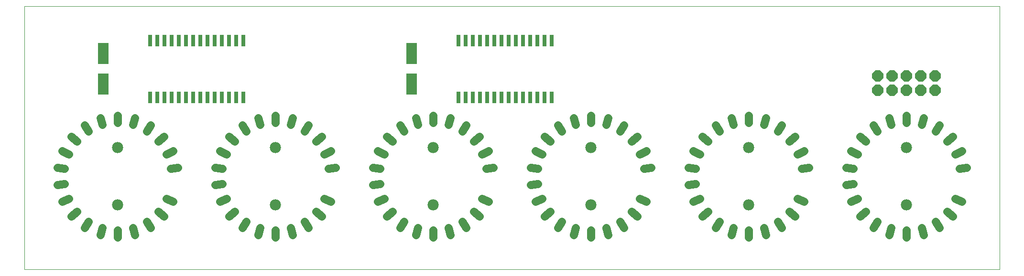
<source format=gts>
G75*
%MOIN*%
%OFA0B0*%
%FSLAX24Y24*%
%IPPOS*%
%LPD*%
%AMOC8*
5,1,8,0,0,1.08239X$1,22.5*
%
%ADD10C,0.0000*%
%ADD11C,0.0555*%
%ADD12R,0.0300X0.0840*%
%ADD13C,0.0780*%
%ADD14OC8,0.0780*%
%ADD15R,0.0749X0.1457*%
D10*
X000180Y000180D02*
X000180Y018550D01*
X068172Y018550D01*
X068172Y000180D01*
X000180Y000180D01*
D11*
X006680Y002423D02*
X006680Y002937D01*
X005625Y003089D02*
X005481Y002595D01*
X004378Y003098D02*
X004657Y003532D01*
X003852Y004229D02*
X003462Y003892D01*
X002807Y004912D02*
X003276Y005125D01*
X002976Y006147D02*
X002466Y006074D01*
X002466Y007286D02*
X002976Y007213D01*
X003276Y008235D02*
X002807Y008448D01*
X003462Y009468D02*
X003852Y009131D01*
X004657Y009828D02*
X004378Y010262D01*
X005481Y010765D02*
X005625Y010271D01*
X006680Y010423D02*
X006680Y010937D01*
X007879Y010765D02*
X007735Y010271D01*
X008703Y009828D02*
X008982Y010262D01*
X009898Y009468D02*
X009508Y009131D01*
X010084Y008235D02*
X010553Y008448D01*
X013807Y008448D02*
X014276Y008235D01*
X014852Y009131D02*
X014462Y009468D01*
X015378Y010262D02*
X015657Y009828D01*
X016625Y010271D02*
X016481Y010765D01*
X017680Y010937D02*
X017680Y010423D01*
X018735Y010271D02*
X018879Y010765D01*
X019982Y010262D02*
X019703Y009828D01*
X020508Y009131D02*
X020898Y009468D01*
X021553Y008448D02*
X021084Y008235D01*
X021384Y007213D02*
X021894Y007286D01*
X024466Y007286D02*
X024976Y007213D01*
X025276Y008235D02*
X024807Y008448D01*
X025462Y009468D02*
X025852Y009131D01*
X026657Y009828D02*
X026378Y010262D01*
X027481Y010765D02*
X027625Y010271D01*
X028680Y010423D02*
X028680Y010937D01*
X029879Y010765D02*
X029735Y010271D01*
X030703Y009828D02*
X030982Y010262D01*
X031898Y009468D02*
X031508Y009131D01*
X032084Y008235D02*
X032553Y008448D01*
X035807Y008448D02*
X036276Y008235D01*
X036852Y009131D02*
X036462Y009468D01*
X037378Y010262D02*
X037657Y009828D01*
X038625Y010271D02*
X038481Y010765D01*
X039680Y010937D02*
X039680Y010423D01*
X040735Y010271D02*
X040879Y010765D01*
X041982Y010262D02*
X041703Y009828D01*
X042508Y009131D02*
X042898Y009468D01*
X043553Y008448D02*
X043084Y008235D01*
X043384Y007213D02*
X043894Y007286D01*
X046466Y007286D02*
X046976Y007213D01*
X047276Y008235D02*
X046807Y008448D01*
X047462Y009468D02*
X047852Y009131D01*
X048657Y009828D02*
X048378Y010262D01*
X049481Y010765D02*
X049625Y010271D01*
X050680Y010423D02*
X050680Y010937D01*
X051879Y010765D02*
X051735Y010271D01*
X052703Y009828D02*
X052982Y010262D01*
X053898Y009468D02*
X053508Y009131D01*
X054084Y008235D02*
X054553Y008448D01*
X057807Y008448D02*
X058276Y008235D01*
X058852Y009131D02*
X058462Y009468D01*
X059378Y010262D02*
X059657Y009828D01*
X060625Y010271D02*
X060481Y010765D01*
X061680Y010937D02*
X061680Y010423D01*
X062735Y010271D02*
X062879Y010765D01*
X063982Y010262D02*
X063703Y009828D01*
X064508Y009131D02*
X064898Y009468D01*
X065553Y008448D02*
X065084Y008235D01*
X065384Y007213D02*
X065894Y007286D01*
X065084Y005125D02*
X065553Y004912D01*
X064898Y003892D02*
X064508Y004229D01*
X063703Y003532D02*
X063982Y003098D01*
X062879Y002595D02*
X062735Y003089D01*
X061680Y002937D02*
X061680Y002423D01*
X060481Y002595D02*
X060625Y003089D01*
X059657Y003532D02*
X059378Y003098D01*
X058462Y003892D02*
X058852Y004229D01*
X058276Y005125D02*
X057807Y004912D01*
X054553Y004912D02*
X054084Y005125D01*
X053508Y004229D02*
X053898Y003892D01*
X052982Y003098D02*
X052703Y003532D01*
X051735Y003089D02*
X051879Y002595D01*
X050680Y002423D02*
X050680Y002937D01*
X049625Y003089D02*
X049481Y002595D01*
X048378Y003098D02*
X048657Y003532D01*
X047852Y004229D02*
X047462Y003892D01*
X046807Y004912D02*
X047276Y005125D01*
X046976Y006147D02*
X046466Y006074D01*
X043553Y004912D02*
X043084Y005125D01*
X042508Y004229D02*
X042898Y003892D01*
X041982Y003098D02*
X041703Y003532D01*
X040735Y003089D02*
X040879Y002595D01*
X039680Y002423D02*
X039680Y002937D01*
X038625Y003089D02*
X038481Y002595D01*
X037378Y003098D02*
X037657Y003532D01*
X036852Y004229D02*
X036462Y003892D01*
X035807Y004912D02*
X036276Y005125D01*
X035976Y006147D02*
X035466Y006074D01*
X032553Y004912D02*
X032084Y005125D01*
X031508Y004229D02*
X031898Y003892D01*
X030982Y003098D02*
X030703Y003532D01*
X029735Y003089D02*
X029879Y002595D01*
X028680Y002423D02*
X028680Y002937D01*
X027625Y003089D02*
X027481Y002595D01*
X026378Y003098D02*
X026657Y003532D01*
X025852Y004229D02*
X025462Y003892D01*
X024807Y004912D02*
X025276Y005125D01*
X024976Y006147D02*
X024466Y006074D01*
X021553Y004912D02*
X021084Y005125D01*
X020508Y004229D02*
X020898Y003892D01*
X019982Y003098D02*
X019703Y003532D01*
X018735Y003089D02*
X018879Y002595D01*
X017680Y002423D02*
X017680Y002937D01*
X016625Y003089D02*
X016481Y002595D01*
X015378Y003098D02*
X015657Y003532D01*
X014852Y004229D02*
X014462Y003892D01*
X013807Y004912D02*
X014276Y005125D01*
X013976Y006147D02*
X013466Y006074D01*
X010553Y004912D02*
X010084Y005125D01*
X009508Y004229D02*
X009898Y003892D01*
X008982Y003098D02*
X008703Y003532D01*
X007735Y003089D02*
X007879Y002595D01*
X010384Y007213D02*
X010894Y007286D01*
X013466Y007286D02*
X013976Y007213D01*
X032384Y007213D02*
X032894Y007286D01*
X035466Y007286D02*
X035976Y007213D01*
X054384Y007213D02*
X054894Y007286D01*
X057466Y007286D02*
X057976Y007213D01*
X057976Y006147D02*
X057466Y006074D01*
D12*
X036930Y012200D03*
X036430Y012200D03*
X035930Y012200D03*
X035430Y012200D03*
X034930Y012200D03*
X034430Y012200D03*
X033930Y012200D03*
X033430Y012200D03*
X032930Y012200D03*
X032430Y012200D03*
X031930Y012200D03*
X031430Y012200D03*
X030930Y012200D03*
X030430Y012200D03*
X030430Y016160D03*
X030930Y016160D03*
X031430Y016160D03*
X031930Y016160D03*
X032430Y016160D03*
X032930Y016160D03*
X033430Y016160D03*
X033930Y016160D03*
X034430Y016160D03*
X034930Y016160D03*
X035430Y016160D03*
X035930Y016160D03*
X036430Y016160D03*
X036930Y016160D03*
X015430Y016160D03*
X014930Y016160D03*
X014430Y016160D03*
X013930Y016160D03*
X013430Y016160D03*
X012930Y016160D03*
X012430Y016160D03*
X011930Y016160D03*
X011430Y016160D03*
X010930Y016160D03*
X010430Y016160D03*
X009930Y016160D03*
X009430Y016160D03*
X008930Y016160D03*
X008930Y012200D03*
X009430Y012200D03*
X009930Y012200D03*
X010430Y012200D03*
X010930Y012200D03*
X011430Y012200D03*
X011930Y012200D03*
X012430Y012200D03*
X012930Y012200D03*
X013430Y012200D03*
X013930Y012200D03*
X014430Y012200D03*
X014930Y012200D03*
X015430Y012200D03*
D13*
X017680Y008680D03*
X006680Y008680D03*
X006680Y004680D03*
X017680Y004680D03*
X028680Y004680D03*
X039680Y004680D03*
X050680Y004680D03*
X061680Y004680D03*
X061680Y008680D03*
X050680Y008680D03*
X039680Y008680D03*
X028680Y008680D03*
D14*
X059680Y012680D03*
X060680Y012680D03*
X061680Y012680D03*
X062680Y012680D03*
X063680Y012680D03*
X063680Y013680D03*
X062680Y013680D03*
X061680Y013680D03*
X060680Y013680D03*
X059680Y013680D03*
D15*
X027180Y013117D03*
X027180Y015243D03*
X005680Y015243D03*
X005680Y013117D03*
M02*

</source>
